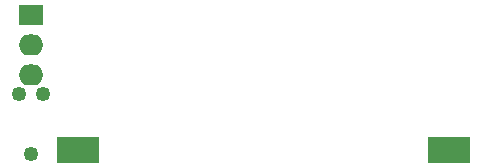
<source format=gbr>
G04 #@! TF.FileFunction,Soldermask,Bot*
%FSLAX46Y46*%
G04 Gerber Fmt 4.6, Leading zero omitted, Abs format (unit mm)*
G04 Created by KiCad (PCBNEW (2016-02-16 BZR 6568, Git 6c5f954)-product) date Sun 21 Feb 2016 12:11:03 PM EST*
%MOMM*%
G01*
G04 APERTURE LIST*
%ADD10C,0.100000*%
%ADD11C,1.250800*%
%ADD12R,3.650800X2.250800*%
%ADD13R,2.082800X1.778000*%
%ADD14O,2.082800X1.778000*%
G04 APERTURE END LIST*
D10*
D11*
X99568000Y-86741000D03*
X98552000Y-81661000D03*
X100584000Y-81661000D03*
D12*
X103553000Y-86360000D03*
X134953000Y-86360000D03*
D13*
X99568000Y-74930000D03*
D14*
X99568000Y-77470000D03*
X99568000Y-80010000D03*
M02*

</source>
